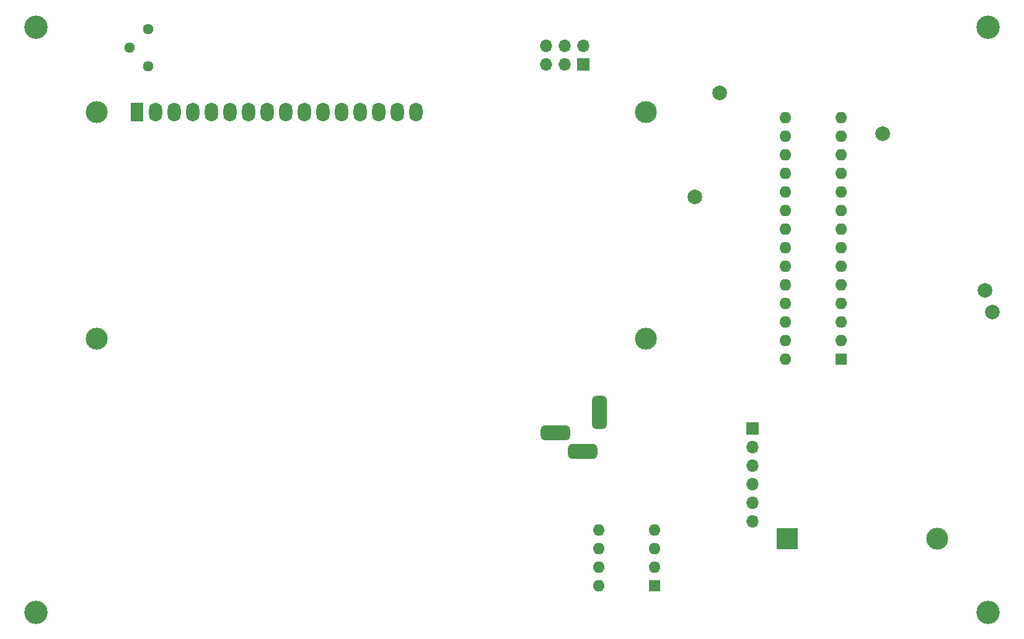
<source format=gbr>
%TF.GenerationSoftware,KiCad,Pcbnew,(6.0.6)*%
%TF.CreationDate,2022-07-21T19:51:41-07:00*%
%TF.ProjectId,HPS-Rect-Clock,4850532d-5265-4637-942d-436c6f636b2e,rev?*%
%TF.SameCoordinates,PX4b93a80PY8b0aba0*%
%TF.FileFunction,Soldermask,Bot*%
%TF.FilePolarity,Negative*%
%FSLAX46Y46*%
G04 Gerber Fmt 4.6, Leading zero omitted, Abs format (unit mm)*
G04 Created by KiCad (PCBNEW (6.0.6)) date 2022-07-21 19:51:41*
%MOMM*%
%LPD*%
G01*
G04 APERTURE LIST*
G04 Aperture macros list*
%AMRoundRect*
0 Rectangle with rounded corners*
0 $1 Rounding radius*
0 $2 $3 $4 $5 $6 $7 $8 $9 X,Y pos of 4 corners*
0 Add a 4 corners polygon primitive as box body*
4,1,4,$2,$3,$4,$5,$6,$7,$8,$9,$2,$3,0*
0 Add four circle primitives for the rounded corners*
1,1,$1+$1,$2,$3*
1,1,$1+$1,$4,$5*
1,1,$1+$1,$6,$7*
1,1,$1+$1,$8,$9*
0 Add four rect primitives between the rounded corners*
20,1,$1+$1,$2,$3,$4,$5,0*
20,1,$1+$1,$4,$5,$6,$7,0*
20,1,$1+$1,$6,$7,$8,$9,0*
20,1,$1+$1,$8,$9,$2,$3,0*%
G04 Aperture macros list end*
%ADD10C,3.200000*%
%ADD11C,2.000000*%
%ADD12R,1.600000X1.600000*%
%ADD13O,1.600000X1.600000*%
%ADD14O,1.700000X1.700000*%
%ADD15R,1.700000X1.700000*%
%ADD16C,1.440000*%
%ADD17C,3.000000*%
%ADD18O,1.800000X2.600000*%
%ADD19R,1.800000X2.600000*%
%ADD20R,3.000000X3.000000*%
%ADD21RoundRect,0.500000X0.500000X-1.750000X0.500000X1.750000X-0.500000X1.750000X-0.500000X-1.750000X0*%
%ADD22RoundRect,0.500000X1.500000X0.500000X-1.500000X0.500000X-1.500000X-0.500000X1.500000X-0.500000X0*%
G04 APERTURE END LIST*
D10*
%TO.C,H4*%
X135752000Y5796000D03*
%TD*%
D11*
%TO.C,TP6*%
X135352000Y49796000D03*
%TD*%
D12*
%TO.C,U2*%
X115687000Y40396000D03*
D13*
X115687000Y42936000D03*
X115687000Y45476000D03*
X115687000Y48016000D03*
X115687000Y50556000D03*
X115687000Y53096000D03*
X115687000Y55636000D03*
X115687000Y58176000D03*
X115687000Y60716000D03*
X115687000Y63256000D03*
X115687000Y65796000D03*
X115687000Y68336000D03*
X115687000Y70876000D03*
X115687000Y73416000D03*
X108067000Y73416000D03*
X108067000Y70876000D03*
X108067000Y68336000D03*
X108067000Y65796000D03*
X108067000Y63256000D03*
X108067000Y60716000D03*
X108067000Y58176000D03*
X108067000Y55636000D03*
X108067000Y53096000D03*
X108067000Y50556000D03*
X108067000Y48016000D03*
X108067000Y45476000D03*
X108067000Y42936000D03*
X108067000Y40396000D03*
%TD*%
D14*
%TO.C,J1*%
X103632000Y18161000D03*
X103632000Y20701000D03*
X103632000Y23241000D03*
X103632000Y25781000D03*
X103632000Y28321000D03*
D15*
X103632000Y30861000D03*
%TD*%
D11*
%TO.C,TP4*%
X99152000Y76796000D03*
%TD*%
D16*
%TO.C,RV1*%
X21067000Y85471000D03*
X18527000Y82931000D03*
X21067000Y80391000D03*
%TD*%
D10*
%TO.C,H2*%
X135752000Y85796000D03*
%TD*%
D11*
%TO.C,TP5*%
X136352000Y46796000D03*
%TD*%
D10*
%TO.C,H3*%
X5752000Y5796000D03*
%TD*%
D17*
%TO.C,DS1*%
X89062000Y74158500D03*
X89061480Y43157800D03*
X14062900Y43157800D03*
X14062900Y74158500D03*
D18*
X57662000Y74158500D03*
X55122000Y74158500D03*
X52582000Y74158500D03*
X50042000Y74158500D03*
X47502000Y74158500D03*
X44962000Y74158500D03*
X42422000Y74158500D03*
X39882000Y74158500D03*
X37342000Y74158500D03*
X34802000Y74158500D03*
X32262000Y74158500D03*
X29722000Y74158500D03*
X27182000Y74158500D03*
X24642000Y74158500D03*
X22102000Y74158500D03*
D19*
X19562000Y74158500D03*
%TD*%
D11*
%TO.C,TP1*%
X95752000Y62596000D03*
%TD*%
D10*
%TO.C,H1*%
X5752000Y85796000D03*
%TD*%
D12*
%TO.C,U1*%
X90262000Y9436000D03*
D13*
X90262000Y11976000D03*
X90262000Y14516000D03*
X90262000Y17056000D03*
X82642000Y17056000D03*
X82642000Y14516000D03*
X82642000Y11976000D03*
X82642000Y9436000D03*
%TD*%
D11*
%TO.C,TP3*%
X121352000Y71196000D03*
%TD*%
D20*
%TO.C,BT1*%
X108352000Y15796000D03*
D17*
X128842000Y15796000D03*
%TD*%
D21*
%TO.C,J2*%
X82717000Y33096000D03*
D22*
X80417000Y27796000D03*
X76717000Y30296000D03*
%TD*%
D15*
%TO.C,J3*%
X80477000Y80646000D03*
D14*
X80477000Y83186000D03*
X77937000Y80646000D03*
X77937000Y83186000D03*
X75397000Y80646000D03*
X75397000Y83186000D03*
%TD*%
M02*

</source>
